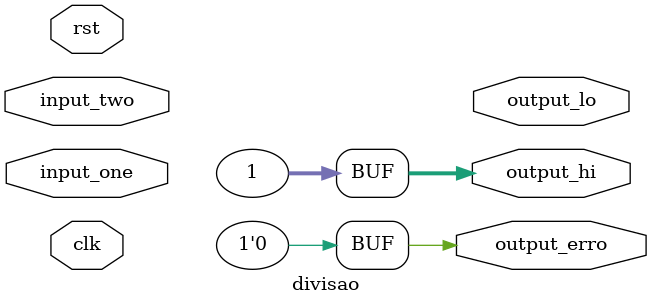
<source format=v>
module divisao(
    input wire clk,
    input wire rst,
    input wire  [31:0] input_one,
    input wire  [31:0] input_two,
    output wire [31:0] output_hi,
    output wire [31:0] output_lo,
    output wire output_erro
);

assign output_erro = 0;
assign output_hi  = 31'b0000000000000000000000000000001;
assign output_hi  = 31'b0000000000000000000000000000001;

endmodule
</source>
